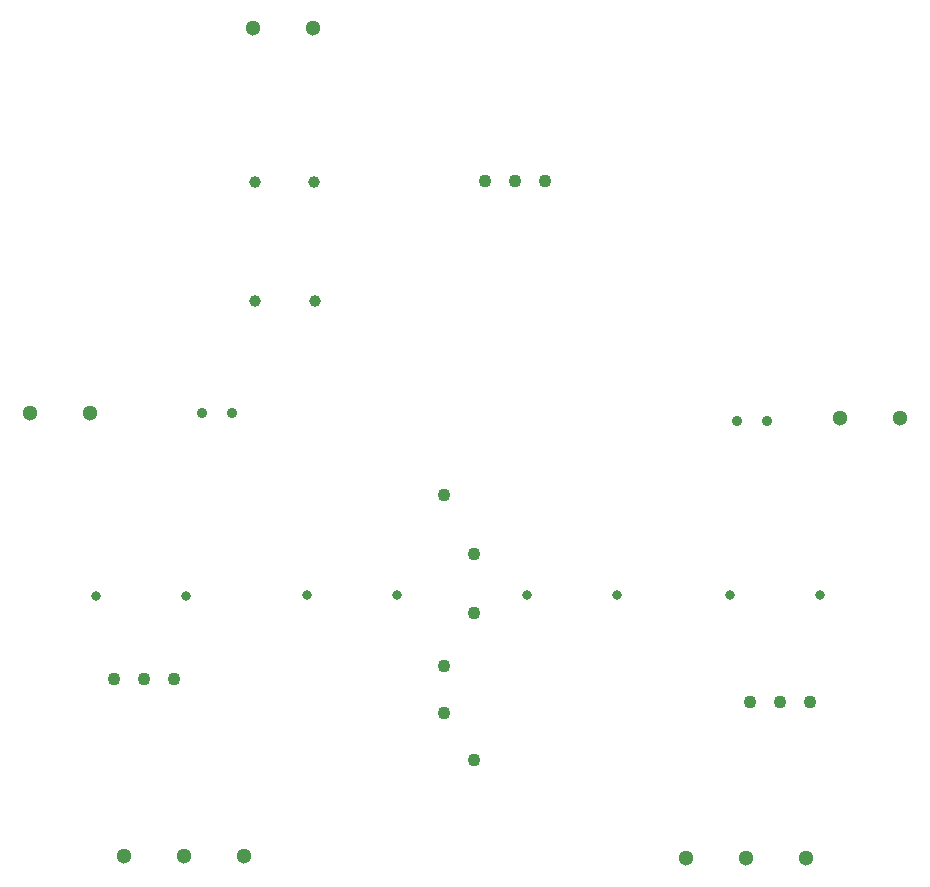
<source format=gbr>
%TF.GenerationSoftware,KiCad,Pcbnew,9.0.0*%
%TF.CreationDate,2025-08-03T16:24:46+07:00*%
%TF.ProjectId,O1_Circuit,4f315f43-6972-4637-9569-742e6b696361,rev?*%
%TF.SameCoordinates,Original*%
%TF.FileFunction,Plated,1,2,PTH,Drill*%
%TF.FilePolarity,Positive*%
%FSLAX46Y46*%
G04 Gerber Fmt 4.6, Leading zero omitted, Abs format (unit mm)*
G04 Created by KiCad (PCBNEW 9.0.0) date 2025-08-03 16:24:46*
%MOMM*%
%LPD*%
G01*
G04 APERTURE LIST*
%TA.AperFunction,ComponentDrill*%
%ADD10C,0.800000*%
%TD*%
%TA.AperFunction,ComponentDrill*%
%ADD11C,0.900000*%
%TD*%
%TA.AperFunction,ComponentDrill*%
%ADD12C,1.000000*%
%TD*%
%TA.AperFunction,ComponentDrill*%
%ADD13C,1.100000*%
%TD*%
%TA.AperFunction,ComponentDrill*%
%ADD14C,1.300000*%
%TD*%
G04 APERTURE END LIST*
D10*
%TO.C,R3*%
X103000000Y-101000000D03*
X110620000Y-101000000D03*
%TO.C,R2*%
X120840000Y-100920000D03*
X128460000Y-100920000D03*
%TO.C,R1*%
X139460000Y-100920000D03*
X147080000Y-100920000D03*
%TO.C,R4*%
X156650000Y-100920000D03*
X164270000Y-100920000D03*
D11*
%TO.C,D1*%
X111934500Y-85460000D03*
X114474500Y-85460000D03*
%TO.C,D2*%
X157281000Y-86121000D03*
X159821000Y-86121000D03*
D12*
%TO.C,C1*%
X116460000Y-65920000D03*
%TO.C,C2*%
X116500000Y-76000000D03*
%TO.C,C1*%
X121460000Y-65920000D03*
%TO.C,C2*%
X121500000Y-76000000D03*
D13*
%TO.C,Q2*%
X104540000Y-108000000D03*
X107080000Y-108000000D03*
X109620000Y-108000000D03*
%TO.C,J4*%
X132460000Y-92380000D03*
X132460000Y-106880000D03*
X132460000Y-110880000D03*
X135000000Y-97380000D03*
X135000000Y-102380000D03*
X135000000Y-114880000D03*
%TO.C,U3*%
X135920000Y-65865000D03*
X138460000Y-65865000D03*
X141000000Y-65865000D03*
%TO.C,Q1*%
X158380000Y-109920000D03*
X160920000Y-109920000D03*
X163460000Y-109920000D03*
D14*
%TO.C,M2*%
X97394500Y-85460000D03*
X102474500Y-85460000D03*
%TO.C,J3*%
X105380000Y-123000000D03*
X110460000Y-123000000D03*
X115540000Y-123000000D03*
%TO.C,J1*%
X116280000Y-52920000D03*
X121360000Y-52920000D03*
%TO.C,J2*%
X152915000Y-123167500D03*
X157995000Y-123167500D03*
X163075000Y-123167500D03*
%TO.C,M1*%
X166000000Y-85920000D03*
X171080000Y-85920000D03*
M02*

</source>
